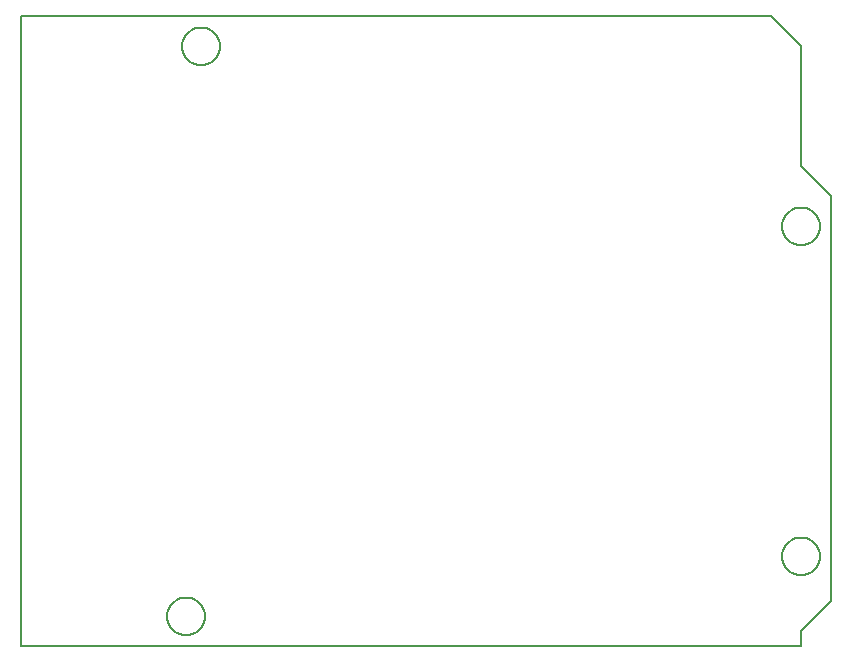
<source format=gm1>
G04*
G04 #@! TF.GenerationSoftware,Altium Limited,Altium Designer,20.2.6 (244)*
G04*
G04 Layer_Color=16711935*
%FSLAX25Y25*%
%MOIN*%
G70*
G04*
G04 #@! TF.SameCoordinates,3ADD8469-B8FD-440E-8261-352D89208680*
G04*
G04*
G04 #@! TF.FilePolarity,Positive*
G04*
G01*
G75*
%ADD15C,0.00500*%
D15*
X66299Y200000D02*
X66221Y200985D01*
X65991Y201946D01*
X65613Y202860D01*
X65096Y203702D01*
X64454Y204454D01*
X63702Y205096D01*
X62860Y205612D01*
X61946Y205991D01*
X60985Y206222D01*
X60000Y206299D01*
X59015Y206222D01*
X58053Y205991D01*
X57140Y205612D01*
X56297Y205096D01*
X55546Y204454D01*
X54904Y203702D01*
X54387Y202860D01*
X54009Y201946D01*
X53778Y200985D01*
X53701Y200000D01*
X53778Y199015D01*
X54009Y198054D01*
X54387Y197140D01*
X54904Y196298D01*
X55546Y195546D01*
X56297Y194904D01*
X57140Y194388D01*
X58053Y194009D01*
X59015Y193779D01*
X60000Y193701D01*
X60985Y193779D01*
X61946Y194009D01*
X62860Y194388D01*
X63702Y194904D01*
X64454Y195546D01*
X65096Y196298D01*
X65613Y197140D01*
X65991Y198054D01*
X66221Y199015D01*
X66299Y200000D01*
X266299Y30000D02*
X266221Y30985D01*
X265991Y31947D01*
X265612Y32860D01*
X265096Y33702D01*
X264454Y34454D01*
X263703Y35096D01*
X262860Y35612D01*
X261947Y35991D01*
X260985Y36221D01*
X260000Y36299D01*
X259015Y36221D01*
X258053Y35991D01*
X257140Y35612D01*
X256297Y35096D01*
X255546Y34454D01*
X254904Y33702D01*
X254388Y32860D01*
X254009Y31947D01*
X253779Y30985D01*
X253701Y30000D01*
X253779Y29015D01*
X254009Y28054D01*
X254388Y27140D01*
X254904Y26298D01*
X255546Y25546D01*
X256297Y24904D01*
X257140Y24387D01*
X258053Y24009D01*
X259015Y23779D01*
X260000Y23701D01*
X260985Y23779D01*
X261947Y24009D01*
X262860Y24387D01*
X263703Y24904D01*
X264454Y25546D01*
X265096Y26298D01*
X265612Y27140D01*
X265991Y28054D01*
X266221Y29015D01*
X266299Y30000D01*
X61299Y10000D02*
X61221Y10985D01*
X60991Y11947D01*
X60612Y12860D01*
X60096Y13702D01*
X59454Y14454D01*
X58702Y15096D01*
X57860Y15612D01*
X56946Y15991D01*
X55985Y16221D01*
X55000Y16299D01*
X54015Y16221D01*
X53053Y15991D01*
X52140Y15612D01*
X51297Y15096D01*
X50546Y14454D01*
X49904Y13702D01*
X49387Y12860D01*
X49009Y11947D01*
X48779Y10985D01*
X48701Y10000D01*
X48779Y9015D01*
X49009Y8054D01*
X49387Y7140D01*
X49904Y6297D01*
X50546Y5546D01*
X51297Y4904D01*
X52140Y4388D01*
X53053Y4009D01*
X54015Y3779D01*
X55000Y3701D01*
X55985Y3779D01*
X56946Y4009D01*
X57860Y4388D01*
X58702Y4904D01*
X59454Y5546D01*
X60096Y6297D01*
X60612Y7140D01*
X60991Y8054D01*
X61221Y9015D01*
X61299Y10000D01*
X266299Y140000D02*
X266221Y140985D01*
X265991Y141946D01*
X265612Y142860D01*
X265096Y143702D01*
X264454Y144454D01*
X263703Y145096D01*
X262860Y145612D01*
X261947Y145991D01*
X260985Y146221D01*
X260000Y146299D01*
X259015Y146221D01*
X258053Y145991D01*
X257140Y145612D01*
X256297Y145096D01*
X255546Y144454D01*
X254904Y143702D01*
X254388Y142860D01*
X254009Y141946D01*
X253779Y140985D01*
X253701Y140000D01*
X253779Y139015D01*
X254009Y138054D01*
X254388Y137140D01*
X254904Y136298D01*
X255546Y135546D01*
X256297Y134904D01*
X257140Y134388D01*
X258053Y134009D01*
X259015Y133779D01*
X260000Y133701D01*
X260985Y133779D01*
X261947Y134009D01*
X262860Y134388D01*
X263703Y134904D01*
X264454Y135546D01*
X265096Y136298D01*
X265612Y137140D01*
X265991Y138054D01*
X266221Y139015D01*
X266299Y140000D01*
X260000Y0D02*
Y5000D01*
X270000Y15000D01*
Y150000D01*
X260000Y160000D02*
X270000Y150000D01*
X260000Y160000D02*
Y200000D01*
X250000Y210000D02*
X260000Y200000D01*
X0Y0D02*
Y210000D01*
Y0D02*
X260000D01*
X0Y210000D02*
X250000D01*
M02*

</source>
